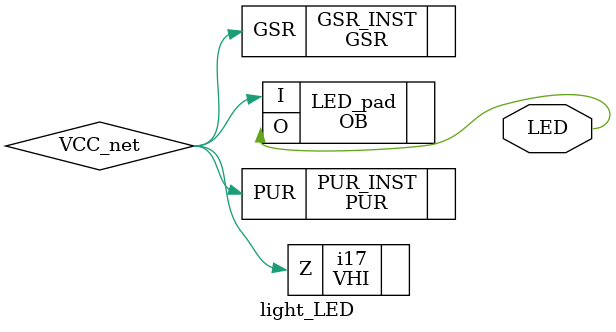
<source format=v>

module light_LED (LED);   // c:/users/jirka/documents/projekty/cpld/led/blink.vhd(6[8:17])
    output LED;   // c:/users/jirka/documents/projekty/cpld/led/blink.vhd(6[30:33])
    
    
    wire GND_net, VCC_net;
    
    VLO i16 (.Z(GND_net));
    OB LED_pad (.I(VCC_net), .O(LED));   // c:/users/jirka/documents/projekty/cpld/led/blink.vhd(6[30:33])
    GSR GSR_INST (.GSR(VCC_net));
    TSALL TSALL_INST (.TSALL(GND_net));
    PUR PUR_INST (.PUR(VCC_net));
    defparam PUR_INST.RST_PULSE = 1;
    VHI i17 (.Z(VCC_net));
    
endmodule
//
// Verilog Description of module TSALL
// module not written out since it is a black-box. 
//

//
// Verilog Description of module PUR
// module not written out since it is a black-box. 
//


</source>
